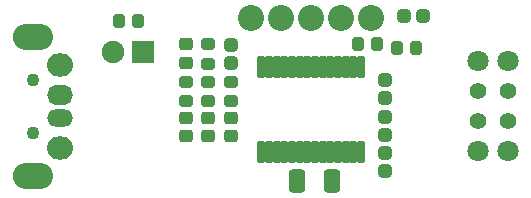
<source format=gts>
G04 #@! TF.GenerationSoftware,KiCad,Pcbnew,8.0.3*
G04 #@! TF.CreationDate,2024-07-16T08:53:46+02:00*
G04 #@! TF.ProjectId,Midi Stick,4d696469-2053-4746-9963-6b2e6b696361,1.3*
G04 #@! TF.SameCoordinates,Original*
G04 #@! TF.FileFunction,Soldermask,Top*
G04 #@! TF.FilePolarity,Negative*
%FSLAX46Y46*%
G04 Gerber Fmt 4.6, Leading zero omitted, Abs format (unit mm)*
G04 Created by KiCad (PCBNEW 8.0.3) date 2024-07-16 08:53:46*
%MOMM*%
%LPD*%
G01*
G04 APERTURE LIST*
G04 Aperture macros list*
%AMRoundRect*
0 Rectangle with rounded corners*
0 $1 Rounding radius*
0 $2 $3 $4 $5 $6 $7 $8 $9 X,Y pos of 4 corners*
0 Add a 4 corners polygon primitive as box body*
4,1,4,$2,$3,$4,$5,$6,$7,$8,$9,$2,$3,0*
0 Add four circle primitives for the rounded corners*
1,1,$1+$1,$2,$3*
1,1,$1+$1,$4,$5*
1,1,$1+$1,$6,$7*
1,1,$1+$1,$8,$9*
0 Add four rect primitives between the rounded corners*
20,1,$1+$1,$2,$3,$4,$5,0*
20,1,$1+$1,$4,$5,$6,$7,0*
20,1,$1+$1,$6,$7,$8,$9,0*
20,1,$1+$1,$8,$9,$2,$3,0*%
G04 Aperture macros list end*
%ADD10RoundRect,0.250800X-0.250800X-0.325800X0.250800X-0.325800X0.250800X0.325800X-0.250800X0.325800X0*%
%ADD11RoundRect,0.269550X-0.307050X0.269550X-0.307050X-0.269550X0.307050X-0.269550X0.307050X0.269550X0*%
%ADD12RoundRect,0.101600X-0.215500X0.829049X-0.215500X-0.829049X0.215500X-0.829049X0.215500X0.829049X0*%
%ADD13RoundRect,0.250800X0.325800X-0.250800X0.325800X0.250800X-0.325800X0.250800X-0.325800X-0.250800X0*%
%ADD14RoundRect,0.250800X-0.325800X0.250800X-0.325800X-0.250800X0.325800X-0.250800X0.325800X0.250800X0*%
%ADD15RoundRect,0.275800X-0.300800X0.275800X-0.300800X-0.275800X0.300800X-0.275800X0.300800X0.275800X0*%
%ADD16RoundRect,0.101600X-0.850000X0.850000X-0.850000X-0.850000X0.850000X-0.850000X0.850000X0.850000X0*%
%ADD17O,1.903200X1.903200*%
%ADD18RoundRect,0.275800X-0.275800X-0.300800X0.275800X-0.300800X0.275800X0.300800X-0.275800X0.300800X0*%
%ADD19C,1.803200*%
%ADD20C,1.422400*%
%ADD21RoundRect,0.275800X0.300800X-0.275800X0.300800X0.275800X-0.300800X0.275800X-0.300800X-0.275800X0*%
%ADD22C,1.100000*%
%ADD23O,2.203200X1.953200*%
%ADD24O,2.203200X1.453200*%
%ADD25O,2.203200X1.703200*%
%ADD26O,3.403200X2.203200*%
%ADD27C,2.203200*%
%ADD28RoundRect,0.294174X0.382426X0.707426X-0.382426X0.707426X-0.382426X-0.707426X0.382426X-0.707426X0*%
G04 APERTURE END LIST*
D10*
X117157600Y-57552600D03*
X118807600Y-57552600D03*
D11*
X99291101Y-57252600D03*
X99291101Y-58827600D03*
D12*
X114132601Y-59152600D03*
X113482600Y-59152600D03*
X112832601Y-59152600D03*
X112182600Y-59152600D03*
X111532602Y-59152600D03*
X110882600Y-59152600D03*
X110232602Y-59152600D03*
X109582603Y-59152600D03*
X108932602Y-59152600D03*
X108282603Y-59152600D03*
X107632602Y-59152600D03*
X106982603Y-59152600D03*
X106332602Y-59152600D03*
X105682603Y-59152600D03*
X105682601Y-66398702D03*
X106332602Y-66398702D03*
X106982601Y-66398702D03*
X107632602Y-66398702D03*
X108282600Y-66398702D03*
X108932602Y-66398702D03*
X109582600Y-66398702D03*
X110232602Y-66398702D03*
X110882600Y-66398702D03*
X111532602Y-66398702D03*
X112182600Y-66398702D03*
X112832601Y-66398702D03*
X113482600Y-66398702D03*
X114132601Y-66398702D03*
D13*
X99303601Y-62082600D03*
X99303601Y-60432600D03*
D10*
X93632601Y-55252600D03*
X95282601Y-55252600D03*
D14*
X101208601Y-57233600D03*
X101208601Y-58883600D03*
D15*
X103113601Y-57304940D03*
X103113601Y-58854940D03*
D11*
X99303601Y-63470100D03*
X99303601Y-65045100D03*
D15*
X116132661Y-60277560D03*
X116132661Y-61827560D03*
D16*
X95666601Y-57876740D03*
D17*
X93126601Y-57876740D03*
D11*
X101208601Y-63470100D03*
X101208601Y-65045100D03*
D18*
X117782600Y-54852600D03*
X119332600Y-54852600D03*
D11*
X103113601Y-63470100D03*
X103113601Y-65045100D03*
D19*
X123992601Y-58652600D03*
D20*
X123992601Y-61192600D03*
X123992601Y-63732600D03*
D19*
X123992601Y-66272600D03*
X126532601Y-66272600D03*
D20*
X126532601Y-63732600D03*
X126532601Y-61192600D03*
D19*
X126532601Y-58652600D03*
D21*
X116132601Y-64927600D03*
X116132601Y-63377600D03*
D13*
X103113601Y-62082600D03*
X103113601Y-60432600D03*
X101208601Y-62082600D03*
X101208601Y-60432600D03*
D22*
X86332601Y-64752600D03*
X86332601Y-60252600D03*
D23*
X88650001Y-66002600D03*
D24*
X88650001Y-63502600D03*
D25*
X88650001Y-61502600D03*
D23*
X88650001Y-59002600D03*
D26*
X86332601Y-68352600D03*
X86332601Y-56652600D03*
D27*
X114970601Y-55010600D03*
X112430601Y-55010600D03*
X109890601Y-55010600D03*
X107350601Y-55010600D03*
X104810601Y-55010600D03*
D28*
X111657600Y-68852600D03*
X108707600Y-68852600D03*
D10*
X113857600Y-57252600D03*
X115507600Y-57252600D03*
D21*
X116141601Y-67977600D03*
X116141601Y-66427600D03*
M02*

</source>
